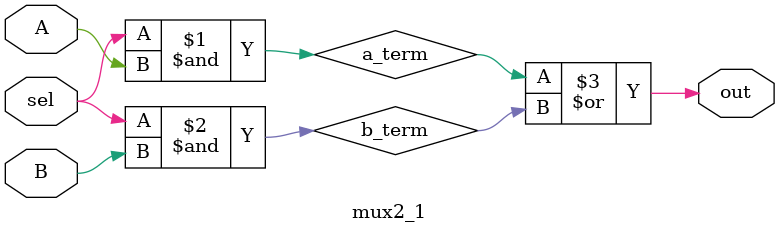
<source format=v>
`timescale 1ns / 1ps


module mux2_1(
    input wire A,
    input wire B,
    input wire sel,
    output wire out
    );
    
    wire nsel, a_term, b_term;
    
    not u_inv(nsel, sel);
    and u_and_a(a_term, sel, A);
    and u_and_b(b_term, sel, B);
    or u_or(out, a_term, b_term);    
endmodule



</source>
